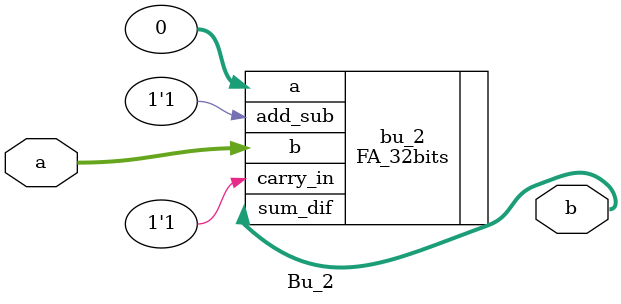
<source format=sv>
module Bu_2(
	input 	logic [31:0] a,
	output 	logic [31:0] b
	);
	FA_32bits bu_2 (	.a(32'b0),
							.b(a[31:0]),
							.sum_dif(b[31:0]),
							.carry_in(1'b1),
							.add_sub(1'b1));
endmodule
</source>
